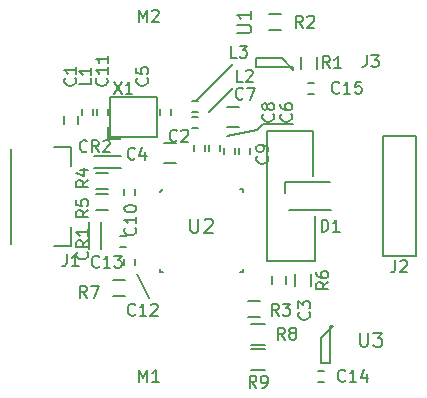
<source format=gbr>
G04 #@! TF.FileFunction,Legend,Top*
%FSLAX46Y46*%
G04 Gerber Fmt 4.6, Leading zero omitted, Abs format (unit mm)*
G04 Created by KiCad (PCBNEW 4.0.1-stable) date 2/26/2016 3:51:48 AM*
%MOMM*%
G01*
G04 APERTURE LIST*
%ADD10C,0.100000*%
%ADD11C,0.200000*%
%ADD12C,0.150000*%
G04 APERTURE END LIST*
D10*
D11*
X147828000Y-103632000D02*
X145288000Y-104140000D01*
X148336000Y-103124000D02*
X147828000Y-103632000D01*
X150876000Y-103124000D02*
X148336000Y-103124000D01*
X138684000Y-117856000D02*
X137668000Y-115824000D01*
X143764000Y-102108000D02*
X145796000Y-100076000D01*
X142748000Y-101092000D02*
X145796000Y-98044000D01*
D12*
X131480000Y-103093000D02*
X131480000Y-102393000D01*
X132680000Y-102393000D02*
X132680000Y-103093000D01*
X143477000Y-105406000D02*
X143477000Y-104906000D01*
X142527000Y-104906000D02*
X142527000Y-105406000D01*
X149133000Y-116682000D02*
X149133000Y-115982000D01*
X150333000Y-115982000D02*
X150333000Y-116682000D01*
X140962000Y-104687000D02*
X139962000Y-104687000D01*
X139962000Y-106387000D02*
X140962000Y-106387000D01*
X139606000Y-101858000D02*
X139606000Y-102358000D01*
X140556000Y-102358000D02*
X140556000Y-101858000D01*
X145067000Y-105160000D02*
X145067000Y-105660000D01*
X146017000Y-105660000D02*
X146017000Y-105160000D01*
X145296000Y-103339000D02*
X146296000Y-103339000D01*
X146296000Y-101639000D02*
X145296000Y-101639000D01*
X143797000Y-104906000D02*
X143797000Y-105406000D01*
X144747000Y-105406000D02*
X144747000Y-104906000D01*
X146337000Y-105160000D02*
X146337000Y-105660000D01*
X147287000Y-105660000D02*
X147287000Y-105160000D01*
X136558000Y-108589000D02*
X136558000Y-109089000D01*
X137508000Y-109089000D02*
X137508000Y-108589000D01*
X135222000Y-102358000D02*
X135222000Y-101858000D01*
X134272000Y-101858000D02*
X134272000Y-102358000D01*
X137508000Y-115058000D02*
X137508000Y-114558000D01*
X136558000Y-114558000D02*
X136558000Y-115058000D01*
X136775000Y-112555000D02*
X136275000Y-112555000D01*
X136275000Y-113505000D02*
X136775000Y-113505000D01*
X134612000Y-111422000D02*
X134612000Y-113722000D01*
X133612000Y-111422000D02*
X133612000Y-113722000D01*
X134028000Y-105799000D02*
X136328000Y-105799000D01*
X134028000Y-106799000D02*
X136328000Y-106799000D01*
X152723800Y-114720000D02*
X152723800Y-110920000D01*
X152723800Y-114720000D02*
X148723800Y-114720000D01*
X148723800Y-114720000D02*
X148723800Y-103720000D01*
X148723800Y-103720000D02*
X152623800Y-103720000D01*
X152623800Y-103720000D02*
X152623800Y-107520000D01*
X154123800Y-110420000D02*
X150523800Y-110420000D01*
X154023800Y-108020000D02*
X150223800Y-108020000D01*
X150223800Y-108020000D02*
X150223800Y-108920000D01*
X133952000Y-102358000D02*
X133952000Y-101858000D01*
X133002000Y-101858000D02*
X133002000Y-102358000D01*
X142871000Y-102522000D02*
X142371000Y-102522000D01*
X142371000Y-103472000D02*
X142871000Y-103472000D01*
X142871000Y-101125000D02*
X142371000Y-101125000D01*
X142371000Y-102075000D02*
X142871000Y-102075000D01*
X151598000Y-98417000D02*
X151598000Y-97417000D01*
X152948000Y-97417000D02*
X152948000Y-98417000D01*
X148852000Y-93813000D02*
X149852000Y-93813000D01*
X149852000Y-95163000D02*
X148852000Y-95163000D01*
X148074000Y-119420000D02*
X147074000Y-119420000D01*
X147074000Y-118070000D02*
X148074000Y-118070000D01*
X135247000Y-108625000D02*
X134247000Y-108625000D01*
X134247000Y-107275000D02*
X135247000Y-107275000D01*
X135247000Y-110403000D02*
X134247000Y-110403000D01*
X134247000Y-109053000D02*
X135247000Y-109053000D01*
X152440000Y-115832000D02*
X152440000Y-116832000D01*
X151090000Y-116832000D02*
X151090000Y-115832000D01*
X136632000Y-117642000D02*
X135632000Y-117642000D01*
X135632000Y-116292000D02*
X136632000Y-116292000D01*
X148555000Y-121779000D02*
X147355000Y-121779000D01*
X147355000Y-120029000D02*
X148555000Y-120029000D01*
X148555000Y-123938000D02*
X147355000Y-123938000D01*
X147355000Y-122188000D02*
X148555000Y-122188000D01*
D11*
X150922000Y-98537000D02*
X149922000Y-97537000D01*
X149922000Y-97537000D02*
X147782000Y-97537000D01*
X147782000Y-97537000D02*
X147782000Y-98297000D01*
X147782000Y-98297000D02*
X150922000Y-98297000D01*
X150922000Y-98297000D02*
X150922000Y-98537000D01*
D12*
X139620000Y-108891000D02*
X139870000Y-108641000D01*
X146370000Y-108641000D02*
X146620000Y-108641000D01*
X146620000Y-108641000D02*
X146620000Y-108891000D01*
X139870000Y-115641000D02*
X139620000Y-115641000D01*
X139620000Y-115641000D02*
X139620000Y-115391000D01*
X146370000Y-115641000D02*
X146620000Y-115641000D01*
X146620000Y-115641000D02*
X146620000Y-115391000D01*
X161326000Y-114300000D02*
X158526000Y-114300000D01*
X161326000Y-104140000D02*
X158526000Y-104140000D01*
X161326000Y-114300000D02*
X161326000Y-104140000D01*
X158526000Y-104140000D02*
X158526000Y-114300000D01*
D11*
X154290000Y-120223000D02*
X153290000Y-121223000D01*
X153290000Y-121223000D02*
X153290000Y-123363000D01*
X153290000Y-123363000D02*
X154050000Y-123363000D01*
X154050000Y-123363000D02*
X154050000Y-120223000D01*
X154050000Y-120223000D02*
X154290000Y-120223000D01*
D12*
X153539000Y-123985000D02*
X153039000Y-123985000D01*
X153039000Y-124935000D02*
X153539000Y-124935000D01*
X130673200Y-113420000D02*
X132073200Y-113420000D01*
X132073200Y-113420000D02*
X132073200Y-111820000D01*
X130673200Y-105020000D02*
X132073200Y-105020000D01*
X132073200Y-105020000D02*
X132073200Y-106620000D01*
X127023200Y-105220000D02*
X127023200Y-113220000D01*
X152150000Y-100551000D02*
X152650000Y-100551000D01*
X152650000Y-99601000D02*
X152150000Y-99601000D01*
X135214000Y-104389000D02*
X136214000Y-104389000D01*
X135214000Y-103389000D02*
X135214000Y-104389000D01*
X135314000Y-104289000D02*
X136214000Y-104289000D01*
X135314000Y-103389000D02*
X135314000Y-104289000D01*
X139414000Y-100789000D02*
X135414000Y-100789000D01*
X139414000Y-104189000D02*
X139414000Y-100789000D01*
X135414000Y-104189000D02*
X139414000Y-104189000D01*
X135414000Y-100789000D02*
X135414000Y-104189000D01*
X132437143Y-99226666D02*
X132484762Y-99274285D01*
X132532381Y-99417142D01*
X132532381Y-99512380D01*
X132484762Y-99655238D01*
X132389524Y-99750476D01*
X132294286Y-99798095D01*
X132103810Y-99845714D01*
X131960952Y-99845714D01*
X131770476Y-99798095D01*
X131675238Y-99750476D01*
X131580000Y-99655238D01*
X131532381Y-99512380D01*
X131532381Y-99417142D01*
X131580000Y-99274285D01*
X131627619Y-99226666D01*
X132532381Y-98274285D02*
X132532381Y-98845714D01*
X132532381Y-98560000D02*
X131532381Y-98560000D01*
X131675238Y-98655238D01*
X131770476Y-98750476D01*
X131818095Y-98845714D01*
X141057334Y-104497143D02*
X141009715Y-104544762D01*
X140866858Y-104592381D01*
X140771620Y-104592381D01*
X140628762Y-104544762D01*
X140533524Y-104449524D01*
X140485905Y-104354286D01*
X140438286Y-104163810D01*
X140438286Y-104020952D01*
X140485905Y-103830476D01*
X140533524Y-103735238D01*
X140628762Y-103640000D01*
X140771620Y-103592381D01*
X140866858Y-103592381D01*
X141009715Y-103640000D01*
X141057334Y-103687619D01*
X141438286Y-103687619D02*
X141485905Y-103640000D01*
X141581143Y-103592381D01*
X141819239Y-103592381D01*
X141914477Y-103640000D01*
X141962096Y-103687619D01*
X142009715Y-103782857D01*
X142009715Y-103878095D01*
X141962096Y-104020952D01*
X141390667Y-104592381D01*
X142009715Y-104592381D01*
X152249143Y-119038666D02*
X152296762Y-119086285D01*
X152344381Y-119229142D01*
X152344381Y-119324380D01*
X152296762Y-119467238D01*
X152201524Y-119562476D01*
X152106286Y-119610095D01*
X151915810Y-119657714D01*
X151772952Y-119657714D01*
X151582476Y-119610095D01*
X151487238Y-119562476D01*
X151392000Y-119467238D01*
X151344381Y-119324380D01*
X151344381Y-119229142D01*
X151392000Y-119086285D01*
X151439619Y-119038666D01*
X151344381Y-118705333D02*
X151344381Y-118086285D01*
X151725333Y-118419619D01*
X151725333Y-118276761D01*
X151772952Y-118181523D01*
X151820571Y-118133904D01*
X151915810Y-118086285D01*
X152153905Y-118086285D01*
X152249143Y-118133904D01*
X152296762Y-118181523D01*
X152344381Y-118276761D01*
X152344381Y-118562476D01*
X152296762Y-118657714D01*
X152249143Y-118705333D01*
X137501334Y-106021143D02*
X137453715Y-106068762D01*
X137310858Y-106116381D01*
X137215620Y-106116381D01*
X137072762Y-106068762D01*
X136977524Y-105973524D01*
X136929905Y-105878286D01*
X136882286Y-105687810D01*
X136882286Y-105544952D01*
X136929905Y-105354476D01*
X136977524Y-105259238D01*
X137072762Y-105164000D01*
X137215620Y-105116381D01*
X137310858Y-105116381D01*
X137453715Y-105164000D01*
X137501334Y-105211619D01*
X138358477Y-105449714D02*
X138358477Y-106116381D01*
X138120381Y-105068762D02*
X137882286Y-105783048D01*
X138501334Y-105783048D01*
X138533143Y-99226666D02*
X138580762Y-99274285D01*
X138628381Y-99417142D01*
X138628381Y-99512380D01*
X138580762Y-99655238D01*
X138485524Y-99750476D01*
X138390286Y-99798095D01*
X138199810Y-99845714D01*
X138056952Y-99845714D01*
X137866476Y-99798095D01*
X137771238Y-99750476D01*
X137676000Y-99655238D01*
X137628381Y-99512380D01*
X137628381Y-99417142D01*
X137676000Y-99274285D01*
X137723619Y-99226666D01*
X137628381Y-98321904D02*
X137628381Y-98798095D01*
X138104571Y-98845714D01*
X138056952Y-98798095D01*
X138009333Y-98702857D01*
X138009333Y-98464761D01*
X138056952Y-98369523D01*
X138104571Y-98321904D01*
X138199810Y-98274285D01*
X138437905Y-98274285D01*
X138533143Y-98321904D01*
X138580762Y-98369523D01*
X138628381Y-98464761D01*
X138628381Y-98702857D01*
X138580762Y-98798095D01*
X138533143Y-98845714D01*
X150725143Y-102274666D02*
X150772762Y-102322285D01*
X150820381Y-102465142D01*
X150820381Y-102560380D01*
X150772762Y-102703238D01*
X150677524Y-102798476D01*
X150582286Y-102846095D01*
X150391810Y-102893714D01*
X150248952Y-102893714D01*
X150058476Y-102846095D01*
X149963238Y-102798476D01*
X149868000Y-102703238D01*
X149820381Y-102560380D01*
X149820381Y-102465142D01*
X149868000Y-102322285D01*
X149915619Y-102274666D01*
X149820381Y-101417523D02*
X149820381Y-101608000D01*
X149868000Y-101703238D01*
X149915619Y-101750857D01*
X150058476Y-101846095D01*
X150248952Y-101893714D01*
X150629905Y-101893714D01*
X150725143Y-101846095D01*
X150772762Y-101798476D01*
X150820381Y-101703238D01*
X150820381Y-101512761D01*
X150772762Y-101417523D01*
X150725143Y-101369904D01*
X150629905Y-101322285D01*
X150391810Y-101322285D01*
X150296571Y-101369904D01*
X150248952Y-101417523D01*
X150201333Y-101512761D01*
X150201333Y-101703238D01*
X150248952Y-101798476D01*
X150296571Y-101846095D01*
X150391810Y-101893714D01*
X146645334Y-100941143D02*
X146597715Y-100988762D01*
X146454858Y-101036381D01*
X146359620Y-101036381D01*
X146216762Y-100988762D01*
X146121524Y-100893524D01*
X146073905Y-100798286D01*
X146026286Y-100607810D01*
X146026286Y-100464952D01*
X146073905Y-100274476D01*
X146121524Y-100179238D01*
X146216762Y-100084000D01*
X146359620Y-100036381D01*
X146454858Y-100036381D01*
X146597715Y-100084000D01*
X146645334Y-100131619D01*
X146978667Y-100036381D02*
X147645334Y-100036381D01*
X147216762Y-101036381D01*
X149201143Y-102274666D02*
X149248762Y-102322285D01*
X149296381Y-102465142D01*
X149296381Y-102560380D01*
X149248762Y-102703238D01*
X149153524Y-102798476D01*
X149058286Y-102846095D01*
X148867810Y-102893714D01*
X148724952Y-102893714D01*
X148534476Y-102846095D01*
X148439238Y-102798476D01*
X148344000Y-102703238D01*
X148296381Y-102560380D01*
X148296381Y-102465142D01*
X148344000Y-102322285D01*
X148391619Y-102274666D01*
X148724952Y-101703238D02*
X148677333Y-101798476D01*
X148629714Y-101846095D01*
X148534476Y-101893714D01*
X148486857Y-101893714D01*
X148391619Y-101846095D01*
X148344000Y-101798476D01*
X148296381Y-101703238D01*
X148296381Y-101512761D01*
X148344000Y-101417523D01*
X148391619Y-101369904D01*
X148486857Y-101322285D01*
X148534476Y-101322285D01*
X148629714Y-101369904D01*
X148677333Y-101417523D01*
X148724952Y-101512761D01*
X148724952Y-101703238D01*
X148772571Y-101798476D01*
X148820190Y-101846095D01*
X148915429Y-101893714D01*
X149105905Y-101893714D01*
X149201143Y-101846095D01*
X149248762Y-101798476D01*
X149296381Y-101703238D01*
X149296381Y-101512761D01*
X149248762Y-101417523D01*
X149201143Y-101369904D01*
X149105905Y-101322285D01*
X148915429Y-101322285D01*
X148820190Y-101369904D01*
X148772571Y-101417523D01*
X148724952Y-101512761D01*
X148693143Y-105830666D02*
X148740762Y-105878285D01*
X148788381Y-106021142D01*
X148788381Y-106116380D01*
X148740762Y-106259238D01*
X148645524Y-106354476D01*
X148550286Y-106402095D01*
X148359810Y-106449714D01*
X148216952Y-106449714D01*
X148026476Y-106402095D01*
X147931238Y-106354476D01*
X147836000Y-106259238D01*
X147788381Y-106116380D01*
X147788381Y-106021142D01*
X147836000Y-105878285D01*
X147883619Y-105830666D01*
X148788381Y-105354476D02*
X148788381Y-105164000D01*
X148740762Y-105068761D01*
X148693143Y-105021142D01*
X148550286Y-104925904D01*
X148359810Y-104878285D01*
X147978857Y-104878285D01*
X147883619Y-104925904D01*
X147836000Y-104973523D01*
X147788381Y-105068761D01*
X147788381Y-105259238D01*
X147836000Y-105354476D01*
X147883619Y-105402095D01*
X147978857Y-105449714D01*
X148216952Y-105449714D01*
X148312190Y-105402095D01*
X148359810Y-105354476D01*
X148407429Y-105259238D01*
X148407429Y-105068761D01*
X148359810Y-104973523D01*
X148312190Y-104925904D01*
X148216952Y-104878285D01*
X137517143Y-111894857D02*
X137564762Y-111942476D01*
X137612381Y-112085333D01*
X137612381Y-112180571D01*
X137564762Y-112323429D01*
X137469524Y-112418667D01*
X137374286Y-112466286D01*
X137183810Y-112513905D01*
X137040952Y-112513905D01*
X136850476Y-112466286D01*
X136755238Y-112418667D01*
X136660000Y-112323429D01*
X136612381Y-112180571D01*
X136612381Y-112085333D01*
X136660000Y-111942476D01*
X136707619Y-111894857D01*
X137612381Y-110942476D02*
X137612381Y-111513905D01*
X137612381Y-111228191D02*
X136612381Y-111228191D01*
X136755238Y-111323429D01*
X136850476Y-111418667D01*
X136898095Y-111513905D01*
X136612381Y-110323429D02*
X136612381Y-110228190D01*
X136660000Y-110132952D01*
X136707619Y-110085333D01*
X136802857Y-110037714D01*
X136993333Y-109990095D01*
X137231429Y-109990095D01*
X137421905Y-110037714D01*
X137517143Y-110085333D01*
X137564762Y-110132952D01*
X137612381Y-110228190D01*
X137612381Y-110323429D01*
X137564762Y-110418667D01*
X137517143Y-110466286D01*
X137421905Y-110513905D01*
X137231429Y-110561524D01*
X136993333Y-110561524D01*
X136802857Y-110513905D01*
X136707619Y-110466286D01*
X136660000Y-110418667D01*
X136612381Y-110323429D01*
X135104143Y-99236857D02*
X135151762Y-99284476D01*
X135199381Y-99427333D01*
X135199381Y-99522571D01*
X135151762Y-99665429D01*
X135056524Y-99760667D01*
X134961286Y-99808286D01*
X134770810Y-99855905D01*
X134627952Y-99855905D01*
X134437476Y-99808286D01*
X134342238Y-99760667D01*
X134247000Y-99665429D01*
X134199381Y-99522571D01*
X134199381Y-99427333D01*
X134247000Y-99284476D01*
X134294619Y-99236857D01*
X135199381Y-98284476D02*
X135199381Y-98855905D01*
X135199381Y-98570191D02*
X134199381Y-98570191D01*
X134342238Y-98665429D01*
X134437476Y-98760667D01*
X134485095Y-98855905D01*
X135199381Y-97332095D02*
X135199381Y-97903524D01*
X135199381Y-97617810D02*
X134199381Y-97617810D01*
X134342238Y-97713048D01*
X134437476Y-97808286D01*
X134485095Y-97903524D01*
X137533143Y-119229143D02*
X137485524Y-119276762D01*
X137342667Y-119324381D01*
X137247429Y-119324381D01*
X137104571Y-119276762D01*
X137009333Y-119181524D01*
X136961714Y-119086286D01*
X136914095Y-118895810D01*
X136914095Y-118752952D01*
X136961714Y-118562476D01*
X137009333Y-118467238D01*
X137104571Y-118372000D01*
X137247429Y-118324381D01*
X137342667Y-118324381D01*
X137485524Y-118372000D01*
X137533143Y-118419619D01*
X138485524Y-119324381D02*
X137914095Y-119324381D01*
X138199809Y-119324381D02*
X138199809Y-118324381D01*
X138104571Y-118467238D01*
X138009333Y-118562476D01*
X137914095Y-118610095D01*
X138866476Y-118419619D02*
X138914095Y-118372000D01*
X139009333Y-118324381D01*
X139247429Y-118324381D01*
X139342667Y-118372000D01*
X139390286Y-118419619D01*
X139437905Y-118514857D01*
X139437905Y-118610095D01*
X139390286Y-118752952D01*
X138818857Y-119324381D01*
X139437905Y-119324381D01*
X134485143Y-115165143D02*
X134437524Y-115212762D01*
X134294667Y-115260381D01*
X134199429Y-115260381D01*
X134056571Y-115212762D01*
X133961333Y-115117524D01*
X133913714Y-115022286D01*
X133866095Y-114831810D01*
X133866095Y-114688952D01*
X133913714Y-114498476D01*
X133961333Y-114403238D01*
X134056571Y-114308000D01*
X134199429Y-114260381D01*
X134294667Y-114260381D01*
X134437524Y-114308000D01*
X134485143Y-114355619D01*
X135437524Y-115260381D02*
X134866095Y-115260381D01*
X135151809Y-115260381D02*
X135151809Y-114260381D01*
X135056571Y-114403238D01*
X134961333Y-114498476D01*
X134866095Y-114546095D01*
X135770857Y-114260381D02*
X136389905Y-114260381D01*
X136056571Y-114641333D01*
X136199429Y-114641333D01*
X136294667Y-114688952D01*
X136342286Y-114736571D01*
X136389905Y-114831810D01*
X136389905Y-115069905D01*
X136342286Y-115165143D01*
X136294667Y-115212762D01*
X136199429Y-115260381D01*
X135913714Y-115260381D01*
X135818476Y-115212762D01*
X135770857Y-115165143D01*
X133453143Y-113950666D02*
X133500762Y-113998285D01*
X133548381Y-114141142D01*
X133548381Y-114236380D01*
X133500762Y-114379238D01*
X133405524Y-114474476D01*
X133310286Y-114522095D01*
X133119810Y-114569714D01*
X132976952Y-114569714D01*
X132786476Y-114522095D01*
X132691238Y-114474476D01*
X132596000Y-114379238D01*
X132548381Y-114236380D01*
X132548381Y-114141142D01*
X132596000Y-113998285D01*
X132643619Y-113950666D01*
X133548381Y-112950666D02*
X133072190Y-113284000D01*
X133548381Y-113522095D02*
X132548381Y-113522095D01*
X132548381Y-113141142D01*
X132596000Y-113045904D01*
X132643619Y-112998285D01*
X132738857Y-112950666D01*
X132881714Y-112950666D01*
X132976952Y-112998285D01*
X133024571Y-113045904D01*
X133072190Y-113141142D01*
X133072190Y-113522095D01*
X133548381Y-111998285D02*
X133548381Y-112569714D01*
X133548381Y-112284000D02*
X132548381Y-112284000D01*
X132691238Y-112379238D01*
X132786476Y-112474476D01*
X132834095Y-112569714D01*
X133445334Y-105386143D02*
X133397715Y-105433762D01*
X133254858Y-105481381D01*
X133159620Y-105481381D01*
X133016762Y-105433762D01*
X132921524Y-105338524D01*
X132873905Y-105243286D01*
X132826286Y-105052810D01*
X132826286Y-104909952D01*
X132873905Y-104719476D01*
X132921524Y-104624238D01*
X133016762Y-104529000D01*
X133159620Y-104481381D01*
X133254858Y-104481381D01*
X133397715Y-104529000D01*
X133445334Y-104576619D01*
X134445334Y-105481381D02*
X134112000Y-105005190D01*
X133873905Y-105481381D02*
X133873905Y-104481381D01*
X134254858Y-104481381D01*
X134350096Y-104529000D01*
X134397715Y-104576619D01*
X134445334Y-104671857D01*
X134445334Y-104814714D01*
X134397715Y-104909952D01*
X134350096Y-104957571D01*
X134254858Y-105005190D01*
X133873905Y-105005190D01*
X134826286Y-104576619D02*
X134873905Y-104529000D01*
X134969143Y-104481381D01*
X135207239Y-104481381D01*
X135302477Y-104529000D01*
X135350096Y-104576619D01*
X135397715Y-104671857D01*
X135397715Y-104767095D01*
X135350096Y-104909952D01*
X134778667Y-105481381D01*
X135397715Y-105481381D01*
X153312905Y-112212381D02*
X153312905Y-111212381D01*
X153551000Y-111212381D01*
X153693858Y-111260000D01*
X153789096Y-111355238D01*
X153836715Y-111450476D01*
X153884334Y-111640952D01*
X153884334Y-111783810D01*
X153836715Y-111974286D01*
X153789096Y-112069524D01*
X153693858Y-112164762D01*
X153551000Y-112212381D01*
X153312905Y-112212381D01*
X154836715Y-112212381D02*
X154265286Y-112212381D01*
X154551000Y-112212381D02*
X154551000Y-111212381D01*
X154455762Y-111355238D01*
X154360524Y-111450476D01*
X154265286Y-111498095D01*
X133802381Y-99226666D02*
X133802381Y-99702857D01*
X132802381Y-99702857D01*
X133802381Y-98369523D02*
X133802381Y-98940952D01*
X133802381Y-98655238D02*
X132802381Y-98655238D01*
X132945238Y-98750476D01*
X133040476Y-98845714D01*
X133088095Y-98940952D01*
X146645334Y-99512381D02*
X146169143Y-99512381D01*
X146169143Y-98512381D01*
X146931048Y-98607619D02*
X146978667Y-98560000D01*
X147073905Y-98512381D01*
X147312001Y-98512381D01*
X147407239Y-98560000D01*
X147454858Y-98607619D01*
X147502477Y-98702857D01*
X147502477Y-98798095D01*
X147454858Y-98940952D01*
X146883429Y-99512381D01*
X147502477Y-99512381D01*
X146137334Y-97480381D02*
X145661143Y-97480381D01*
X145661143Y-96480381D01*
X146375429Y-96480381D02*
X146994477Y-96480381D01*
X146661143Y-96861333D01*
X146804001Y-96861333D01*
X146899239Y-96908952D01*
X146946858Y-96956571D01*
X146994477Y-97051810D01*
X146994477Y-97289905D01*
X146946858Y-97385143D01*
X146899239Y-97432762D01*
X146804001Y-97480381D01*
X146518286Y-97480381D01*
X146423048Y-97432762D01*
X146375429Y-97385143D01*
X154006334Y-98369381D02*
X153673000Y-97893190D01*
X153434905Y-98369381D02*
X153434905Y-97369381D01*
X153815858Y-97369381D01*
X153911096Y-97417000D01*
X153958715Y-97464619D01*
X154006334Y-97559857D01*
X154006334Y-97702714D01*
X153958715Y-97797952D01*
X153911096Y-97845571D01*
X153815858Y-97893190D01*
X153434905Y-97893190D01*
X154958715Y-98369381D02*
X154387286Y-98369381D01*
X154673000Y-98369381D02*
X154673000Y-97369381D01*
X154577762Y-97512238D01*
X154482524Y-97607476D01*
X154387286Y-97655095D01*
X151725334Y-94940381D02*
X151392000Y-94464190D01*
X151153905Y-94940381D02*
X151153905Y-93940381D01*
X151534858Y-93940381D01*
X151630096Y-93988000D01*
X151677715Y-94035619D01*
X151725334Y-94130857D01*
X151725334Y-94273714D01*
X151677715Y-94368952D01*
X151630096Y-94416571D01*
X151534858Y-94464190D01*
X151153905Y-94464190D01*
X152106286Y-94035619D02*
X152153905Y-93988000D01*
X152249143Y-93940381D01*
X152487239Y-93940381D01*
X152582477Y-93988000D01*
X152630096Y-94035619D01*
X152677715Y-94130857D01*
X152677715Y-94226095D01*
X152630096Y-94368952D01*
X152058667Y-94940381D01*
X152677715Y-94940381D01*
X149693334Y-119324381D02*
X149360000Y-118848190D01*
X149121905Y-119324381D02*
X149121905Y-118324381D01*
X149502858Y-118324381D01*
X149598096Y-118372000D01*
X149645715Y-118419619D01*
X149693334Y-118514857D01*
X149693334Y-118657714D01*
X149645715Y-118752952D01*
X149598096Y-118800571D01*
X149502858Y-118848190D01*
X149121905Y-118848190D01*
X150026667Y-118324381D02*
X150645715Y-118324381D01*
X150312381Y-118705333D01*
X150455239Y-118705333D01*
X150550477Y-118752952D01*
X150598096Y-118800571D01*
X150645715Y-118895810D01*
X150645715Y-119133905D01*
X150598096Y-119229143D01*
X150550477Y-119276762D01*
X150455239Y-119324381D01*
X150169524Y-119324381D01*
X150074286Y-119276762D01*
X150026667Y-119229143D01*
X133548381Y-107862666D02*
X133072190Y-108196000D01*
X133548381Y-108434095D02*
X132548381Y-108434095D01*
X132548381Y-108053142D01*
X132596000Y-107957904D01*
X132643619Y-107910285D01*
X132738857Y-107862666D01*
X132881714Y-107862666D01*
X132976952Y-107910285D01*
X133024571Y-107957904D01*
X133072190Y-108053142D01*
X133072190Y-108434095D01*
X132881714Y-107005523D02*
X133548381Y-107005523D01*
X132500762Y-107243619D02*
X133215048Y-107481714D01*
X133215048Y-106862666D01*
X133548381Y-110402666D02*
X133072190Y-110736000D01*
X133548381Y-110974095D02*
X132548381Y-110974095D01*
X132548381Y-110593142D01*
X132596000Y-110497904D01*
X132643619Y-110450285D01*
X132738857Y-110402666D01*
X132881714Y-110402666D01*
X132976952Y-110450285D01*
X133024571Y-110497904D01*
X133072190Y-110593142D01*
X133072190Y-110974095D01*
X132548381Y-109497904D02*
X132548381Y-109974095D01*
X133024571Y-110021714D01*
X132976952Y-109974095D01*
X132929333Y-109878857D01*
X132929333Y-109640761D01*
X132976952Y-109545523D01*
X133024571Y-109497904D01*
X133119810Y-109450285D01*
X133357905Y-109450285D01*
X133453143Y-109497904D01*
X133500762Y-109545523D01*
X133548381Y-109640761D01*
X133548381Y-109878857D01*
X133500762Y-109974095D01*
X133453143Y-110021714D01*
X153868381Y-116498666D02*
X153392190Y-116832000D01*
X153868381Y-117070095D02*
X152868381Y-117070095D01*
X152868381Y-116689142D01*
X152916000Y-116593904D01*
X152963619Y-116546285D01*
X153058857Y-116498666D01*
X153201714Y-116498666D01*
X153296952Y-116546285D01*
X153344571Y-116593904D01*
X153392190Y-116689142D01*
X153392190Y-117070095D01*
X152868381Y-115641523D02*
X152868381Y-115832000D01*
X152916000Y-115927238D01*
X152963619Y-115974857D01*
X153106476Y-116070095D01*
X153296952Y-116117714D01*
X153677905Y-116117714D01*
X153773143Y-116070095D01*
X153820762Y-116022476D01*
X153868381Y-115927238D01*
X153868381Y-115736761D01*
X153820762Y-115641523D01*
X153773143Y-115593904D01*
X153677905Y-115546285D01*
X153439810Y-115546285D01*
X153344571Y-115593904D01*
X153296952Y-115641523D01*
X153249333Y-115736761D01*
X153249333Y-115927238D01*
X153296952Y-116022476D01*
X153344571Y-116070095D01*
X153439810Y-116117714D01*
X133437334Y-117800381D02*
X133104000Y-117324190D01*
X132865905Y-117800381D02*
X132865905Y-116800381D01*
X133246858Y-116800381D01*
X133342096Y-116848000D01*
X133389715Y-116895619D01*
X133437334Y-116990857D01*
X133437334Y-117133714D01*
X133389715Y-117228952D01*
X133342096Y-117276571D01*
X133246858Y-117324190D01*
X132865905Y-117324190D01*
X133770667Y-116800381D02*
X134437334Y-116800381D01*
X134008762Y-117800381D01*
X150201334Y-121356381D02*
X149868000Y-120880190D01*
X149629905Y-121356381D02*
X149629905Y-120356381D01*
X150010858Y-120356381D01*
X150106096Y-120404000D01*
X150153715Y-120451619D01*
X150201334Y-120546857D01*
X150201334Y-120689714D01*
X150153715Y-120784952D01*
X150106096Y-120832571D01*
X150010858Y-120880190D01*
X149629905Y-120880190D01*
X150772762Y-120784952D02*
X150677524Y-120737333D01*
X150629905Y-120689714D01*
X150582286Y-120594476D01*
X150582286Y-120546857D01*
X150629905Y-120451619D01*
X150677524Y-120404000D01*
X150772762Y-120356381D01*
X150963239Y-120356381D01*
X151058477Y-120404000D01*
X151106096Y-120451619D01*
X151153715Y-120546857D01*
X151153715Y-120594476D01*
X151106096Y-120689714D01*
X151058477Y-120737333D01*
X150963239Y-120784952D01*
X150772762Y-120784952D01*
X150677524Y-120832571D01*
X150629905Y-120880190D01*
X150582286Y-120975429D01*
X150582286Y-121165905D01*
X150629905Y-121261143D01*
X150677524Y-121308762D01*
X150772762Y-121356381D01*
X150963239Y-121356381D01*
X151058477Y-121308762D01*
X151106096Y-121261143D01*
X151153715Y-121165905D01*
X151153715Y-120975429D01*
X151106096Y-120880190D01*
X151058477Y-120832571D01*
X150963239Y-120784952D01*
X147788334Y-125420381D02*
X147455000Y-124944190D01*
X147216905Y-125420381D02*
X147216905Y-124420381D01*
X147597858Y-124420381D01*
X147693096Y-124468000D01*
X147740715Y-124515619D01*
X147788334Y-124610857D01*
X147788334Y-124753714D01*
X147740715Y-124848952D01*
X147693096Y-124896571D01*
X147597858Y-124944190D01*
X147216905Y-124944190D01*
X148264524Y-125420381D02*
X148455000Y-125420381D01*
X148550239Y-125372762D01*
X148597858Y-125325143D01*
X148693096Y-125182286D01*
X148740715Y-124991810D01*
X148740715Y-124610857D01*
X148693096Y-124515619D01*
X148645477Y-124468000D01*
X148550239Y-124420381D01*
X148359762Y-124420381D01*
X148264524Y-124468000D01*
X148216905Y-124515619D01*
X148169286Y-124610857D01*
X148169286Y-124848952D01*
X148216905Y-124944190D01*
X148264524Y-124991810D01*
X148359762Y-125039429D01*
X148550239Y-125039429D01*
X148645477Y-124991810D01*
X148693096Y-124944190D01*
X148740715Y-124848952D01*
D11*
X146154857Y-95402286D02*
X147126286Y-95402286D01*
X147240571Y-95345143D01*
X147297714Y-95288000D01*
X147354857Y-95173714D01*
X147354857Y-94945143D01*
X147297714Y-94830857D01*
X147240571Y-94773714D01*
X147126286Y-94716571D01*
X146154857Y-94716571D01*
X147354857Y-93516571D02*
X147354857Y-94202286D01*
X147354857Y-93859428D02*
X146154857Y-93859428D01*
X146326286Y-93973714D01*
X146440571Y-94088000D01*
X146497714Y-94202286D01*
D12*
X142205714Y-111102857D02*
X142205714Y-112074286D01*
X142262857Y-112188571D01*
X142320000Y-112245714D01*
X142434286Y-112302857D01*
X142662857Y-112302857D01*
X142777143Y-112245714D01*
X142834286Y-112188571D01*
X142891429Y-112074286D01*
X142891429Y-111102857D01*
X143405714Y-111217143D02*
X143462857Y-111160000D01*
X143577143Y-111102857D01*
X143862857Y-111102857D01*
X143977143Y-111160000D01*
X144034286Y-111217143D01*
X144091429Y-111331429D01*
X144091429Y-111445714D01*
X144034286Y-111617143D01*
X143348572Y-112302857D01*
X144091429Y-112302857D01*
X159559667Y-114641381D02*
X159559667Y-115355667D01*
X159512047Y-115498524D01*
X159416809Y-115593762D01*
X159273952Y-115641381D01*
X159178714Y-115641381D01*
X159988238Y-114736619D02*
X160035857Y-114689000D01*
X160131095Y-114641381D01*
X160369191Y-114641381D01*
X160464429Y-114689000D01*
X160512048Y-114736619D01*
X160559667Y-114831857D01*
X160559667Y-114927095D01*
X160512048Y-115069952D01*
X159940619Y-115641381D01*
X160559667Y-115641381D01*
D11*
X156565714Y-120754857D02*
X156565714Y-121726286D01*
X156622857Y-121840571D01*
X156680000Y-121897714D01*
X156794286Y-121954857D01*
X157022857Y-121954857D01*
X157137143Y-121897714D01*
X157194286Y-121840571D01*
X157251429Y-121726286D01*
X157251429Y-120754857D01*
X157708572Y-120754857D02*
X158451429Y-120754857D01*
X158051429Y-121212000D01*
X158222857Y-121212000D01*
X158337143Y-121269143D01*
X158394286Y-121326286D01*
X158451429Y-121440571D01*
X158451429Y-121726286D01*
X158394286Y-121840571D01*
X158337143Y-121897714D01*
X158222857Y-121954857D01*
X157880000Y-121954857D01*
X157765714Y-121897714D01*
X157708572Y-121840571D01*
D12*
X155313143Y-124817143D02*
X155265524Y-124864762D01*
X155122667Y-124912381D01*
X155027429Y-124912381D01*
X154884571Y-124864762D01*
X154789333Y-124769524D01*
X154741714Y-124674286D01*
X154694095Y-124483810D01*
X154694095Y-124340952D01*
X154741714Y-124150476D01*
X154789333Y-124055238D01*
X154884571Y-123960000D01*
X155027429Y-123912381D01*
X155122667Y-123912381D01*
X155265524Y-123960000D01*
X155313143Y-124007619D01*
X156265524Y-124912381D02*
X155694095Y-124912381D01*
X155979809Y-124912381D02*
X155979809Y-123912381D01*
X155884571Y-124055238D01*
X155789333Y-124150476D01*
X155694095Y-124198095D01*
X157122667Y-124245714D02*
X157122667Y-124912381D01*
X156884571Y-123864762D02*
X156646476Y-124579048D01*
X157265524Y-124579048D01*
X137874476Y-124912381D02*
X137874476Y-123912381D01*
X138207810Y-124626667D01*
X138541143Y-123912381D01*
X138541143Y-124912381D01*
X139541143Y-124912381D02*
X138969714Y-124912381D01*
X139255428Y-124912381D02*
X139255428Y-123912381D01*
X139160190Y-124055238D01*
X139064952Y-124150476D01*
X138969714Y-124198095D01*
X137874476Y-94432381D02*
X137874476Y-93432381D01*
X138207810Y-94146667D01*
X138541143Y-93432381D01*
X138541143Y-94432381D01*
X138969714Y-93527619D02*
X139017333Y-93480000D01*
X139112571Y-93432381D01*
X139350667Y-93432381D01*
X139445905Y-93480000D01*
X139493524Y-93527619D01*
X139541143Y-93622857D01*
X139541143Y-93718095D01*
X139493524Y-93860952D01*
X138922095Y-94432381D01*
X139541143Y-94432381D01*
X131746667Y-114133381D02*
X131746667Y-114847667D01*
X131699047Y-114990524D01*
X131603809Y-115085762D01*
X131460952Y-115133381D01*
X131365714Y-115133381D01*
X132746667Y-115133381D02*
X132175238Y-115133381D01*
X132460952Y-115133381D02*
X132460952Y-114133381D01*
X132365714Y-114276238D01*
X132270476Y-114371476D01*
X132175238Y-114419095D01*
X154805143Y-100433143D02*
X154757524Y-100480762D01*
X154614667Y-100528381D01*
X154519429Y-100528381D01*
X154376571Y-100480762D01*
X154281333Y-100385524D01*
X154233714Y-100290286D01*
X154186095Y-100099810D01*
X154186095Y-99956952D01*
X154233714Y-99766476D01*
X154281333Y-99671238D01*
X154376571Y-99576000D01*
X154519429Y-99528381D01*
X154614667Y-99528381D01*
X154757524Y-99576000D01*
X154805143Y-99623619D01*
X155757524Y-100528381D02*
X155186095Y-100528381D01*
X155471809Y-100528381D02*
X155471809Y-99528381D01*
X155376571Y-99671238D01*
X155281333Y-99766476D01*
X155186095Y-99814095D01*
X156662286Y-99528381D02*
X156186095Y-99528381D01*
X156138476Y-100004571D01*
X156186095Y-99956952D01*
X156281333Y-99909333D01*
X156519429Y-99909333D01*
X156614667Y-99956952D01*
X156662286Y-100004571D01*
X156709905Y-100099810D01*
X156709905Y-100337905D01*
X156662286Y-100433143D01*
X156614667Y-100480762D01*
X156519429Y-100528381D01*
X156281333Y-100528381D01*
X156186095Y-100480762D01*
X156138476Y-100433143D01*
X157146667Y-97264381D02*
X157146667Y-97978667D01*
X157099047Y-98121524D01*
X157003809Y-98216762D01*
X156860952Y-98264381D01*
X156765714Y-98264381D01*
X157527619Y-97264381D02*
X158146667Y-97264381D01*
X157813333Y-97645333D01*
X157956191Y-97645333D01*
X158051429Y-97692952D01*
X158099048Y-97740571D01*
X158146667Y-97835810D01*
X158146667Y-98073905D01*
X158099048Y-98169143D01*
X158051429Y-98216762D01*
X157956191Y-98264381D01*
X157670476Y-98264381D01*
X157575238Y-98216762D01*
X157527619Y-98169143D01*
X135715476Y-99528381D02*
X136382143Y-100528381D01*
X136382143Y-99528381D02*
X135715476Y-100528381D01*
X137286905Y-100528381D02*
X136715476Y-100528381D01*
X137001190Y-100528381D02*
X137001190Y-99528381D01*
X136905952Y-99671238D01*
X136810714Y-99766476D01*
X136715476Y-99814095D01*
M02*

</source>
